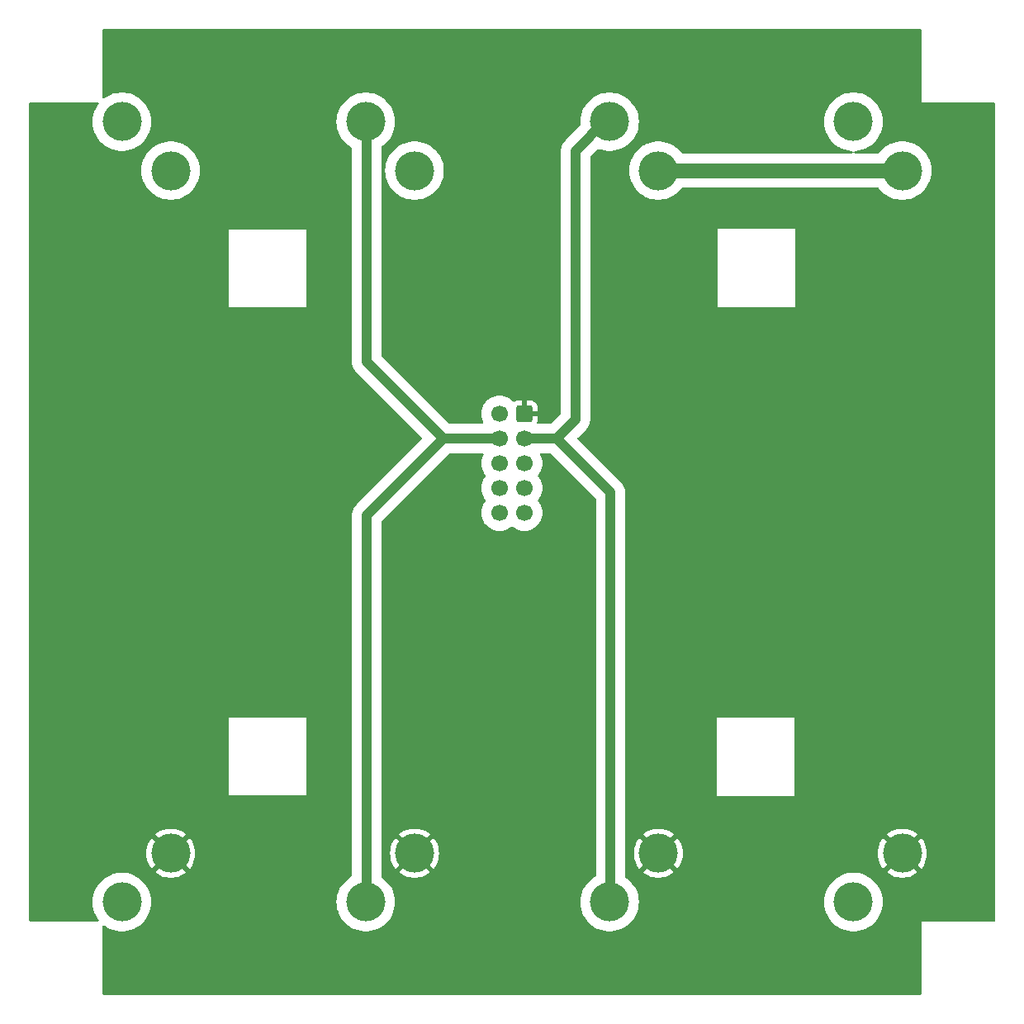
<source format=gbl>
G04 #@! TF.GenerationSoftware,KiCad,Pcbnew,(7.0.0)*
G04 #@! TF.CreationDate,2023-05-18T23:50:50+02:00*
G04 #@! TF.ProjectId,Fad_2,4661645f-322e-46b6-9963-61645f706362,rev?*
G04 #@! TF.SameCoordinates,Original*
G04 #@! TF.FileFunction,Copper,L2,Bot*
G04 #@! TF.FilePolarity,Positive*
%FSLAX46Y46*%
G04 Gerber Fmt 4.6, Leading zero omitted, Abs format (unit mm)*
G04 Created by KiCad (PCBNEW (7.0.0)) date 2023-05-18 23:50:50*
%MOMM*%
%LPD*%
G01*
G04 APERTURE LIST*
G04 Aperture macros list*
%AMRoundRect*
0 Rectangle with rounded corners*
0 $1 Rounding radius*
0 $2 $3 $4 $5 $6 $7 $8 $9 X,Y pos of 4 corners*
0 Add a 4 corners polygon primitive as box body*
4,1,4,$2,$3,$4,$5,$6,$7,$8,$9,$2,$3,0*
0 Add four circle primitives for the rounded corners*
1,1,$1+$1,$2,$3*
1,1,$1+$1,$4,$5*
1,1,$1+$1,$6,$7*
1,1,$1+$1,$8,$9*
0 Add four rect primitives between the rounded corners*
20,1,$1+$1,$2,$3,$4,$5,0*
20,1,$1+$1,$4,$5,$6,$7,0*
20,1,$1+$1,$6,$7,$8,$9,0*
20,1,$1+$1,$8,$9,$2,$3,0*%
G04 Aperture macros list end*
G04 #@! TA.AperFunction,ComponentPad*
%ADD10C,4.000000*%
G04 #@! TD*
G04 #@! TA.AperFunction,ComponentPad*
%ADD11RoundRect,0.250000X0.600000X0.600000X-0.600000X0.600000X-0.600000X-0.600000X0.600000X-0.600000X0*%
G04 #@! TD*
G04 #@! TA.AperFunction,ComponentPad*
%ADD12C,1.700000*%
G04 #@! TD*
G04 #@! TA.AperFunction,Conductor*
%ADD13C,1.500000*%
G04 #@! TD*
G04 #@! TA.AperFunction,Conductor*
%ADD14C,1.000000*%
G04 #@! TD*
G04 APERTURE END LIST*
D10*
X165000000Y-135000000D03*
X160000000Y-60000000D03*
X160000000Y-140000000D03*
X165000000Y-65000000D03*
X90000000Y-135000000D03*
X85000000Y-60000000D03*
X85000000Y-140000000D03*
X90000000Y-65000000D03*
X140000000Y-135000000D03*
X135000000Y-60000000D03*
X135000000Y-140000000D03*
X140000000Y-65000000D03*
X115000000Y-135000000D03*
X110000000Y-60000000D03*
X110000000Y-140000000D03*
X115000000Y-65000000D03*
D11*
X126252500Y-89920000D03*
D12*
X123712500Y-89920000D03*
X126252500Y-92460000D03*
X123712500Y-92460000D03*
X126252500Y-95000000D03*
X123712500Y-95000000D03*
X126252500Y-97540000D03*
X123712500Y-97540000D03*
X126252500Y-100080000D03*
X123712500Y-100080000D03*
D13*
X140000000Y-65000000D02*
X165000000Y-65000000D01*
D14*
X135087500Y-98007500D02*
X129540000Y-92460000D01*
X131500000Y-63000000D02*
X131500000Y-90500000D01*
X135087500Y-139912500D02*
X135087500Y-98007500D01*
X135087500Y-59912500D02*
X134587500Y-59912500D01*
X131500000Y-90500000D02*
X129540000Y-92460000D01*
X129540000Y-92460000D02*
X126252500Y-92460000D01*
X134587500Y-59912500D02*
X131500000Y-63000000D01*
X110087500Y-84587500D02*
X117960000Y-92460000D01*
X110087500Y-60000000D02*
X110087500Y-84587500D01*
X110087500Y-140000000D02*
X110087500Y-100332500D01*
X110087500Y-100332500D02*
X117960000Y-92460000D01*
X117960000Y-92460000D02*
X123712500Y-92460000D01*
G04 #@! TA.AperFunction,Conductor*
G36*
X166937000Y-50516881D02*
G01*
X166983119Y-50563000D01*
X167000000Y-50626000D01*
X167000000Y-58000000D01*
X174374000Y-58000000D01*
X174437000Y-58016881D01*
X174483119Y-58063000D01*
X174500000Y-58126000D01*
X174500000Y-141874000D01*
X174483119Y-141937000D01*
X174437000Y-141983119D01*
X174374000Y-142000000D01*
X167000000Y-142000000D01*
X167000000Y-142016590D01*
X167000000Y-149374000D01*
X166983119Y-149437000D01*
X166937000Y-149483119D01*
X166874000Y-149500000D01*
X83126000Y-149500000D01*
X83063000Y-149483119D01*
X83016881Y-149437000D01*
X83000000Y-149374000D01*
X83000000Y-142508712D01*
X83018759Y-142442565D01*
X83069450Y-142396115D01*
X83136980Y-142383191D01*
X83201240Y-142407643D01*
X83202375Y-142408488D01*
X83205189Y-142410849D01*
X83208255Y-142412865D01*
X83208257Y-142412867D01*
X83253410Y-142442565D01*
X83497207Y-142602913D01*
X83500466Y-142604550D01*
X83500470Y-142604552D01*
X83579672Y-142644328D01*
X83809549Y-142759777D01*
X84137989Y-142879319D01*
X84478086Y-142959923D01*
X84825241Y-143000500D01*
X85171090Y-143000500D01*
X85174759Y-143000500D01*
X85521914Y-142959923D01*
X85862011Y-142879319D01*
X86190451Y-142759777D01*
X86502793Y-142602913D01*
X86794811Y-142410849D01*
X87062558Y-142186183D01*
X87302412Y-141931953D01*
X87511130Y-141651596D01*
X87685889Y-141348904D01*
X87824326Y-141027971D01*
X87924569Y-140693136D01*
X87985262Y-140348927D01*
X88005585Y-140000000D01*
X106994415Y-140000000D01*
X107014738Y-140348927D01*
X107015372Y-140352522D01*
X107015373Y-140352531D01*
X107074793Y-140689523D01*
X107074796Y-140689538D01*
X107075431Y-140693136D01*
X107175674Y-141027971D01*
X107177121Y-141031326D01*
X107177126Y-141031339D01*
X107312657Y-141345535D01*
X107312662Y-141345545D01*
X107314111Y-141348904D01*
X107488870Y-141651596D01*
X107697588Y-141931953D01*
X107700096Y-141934612D01*
X107700100Y-141934616D01*
X107761787Y-142000000D01*
X107937442Y-142186183D01*
X107940243Y-142188533D01*
X108187629Y-142396115D01*
X108205189Y-142410849D01*
X108497207Y-142602913D01*
X108500466Y-142604550D01*
X108500470Y-142604552D01*
X108579672Y-142644328D01*
X108809549Y-142759777D01*
X109137989Y-142879319D01*
X109478086Y-142959923D01*
X109825241Y-143000500D01*
X110171090Y-143000500D01*
X110174759Y-143000500D01*
X110521914Y-142959923D01*
X110862011Y-142879319D01*
X111190451Y-142759777D01*
X111502793Y-142602913D01*
X111794811Y-142410849D01*
X112062558Y-142186183D01*
X112302412Y-141931953D01*
X112511130Y-141651596D01*
X112685889Y-141348904D01*
X112824326Y-141027971D01*
X112924569Y-140693136D01*
X112985262Y-140348927D01*
X113005585Y-140000000D01*
X112985262Y-139651073D01*
X112924569Y-139306864D01*
X112824326Y-138972029D01*
X112685889Y-138651096D01*
X112511130Y-138348404D01*
X112302412Y-138068047D01*
X112062558Y-137813817D01*
X111794811Y-137589151D01*
X111670671Y-137507503D01*
X111644762Y-137490462D01*
X111603095Y-137444991D01*
X111588000Y-137385191D01*
X111588000Y-136946400D01*
X113416182Y-136946400D01*
X113423573Y-136954718D01*
X113650280Y-137119429D01*
X113656961Y-137123669D01*
X113926572Y-137271889D01*
X113933707Y-137275247D01*
X114219769Y-137388507D01*
X114227295Y-137390952D01*
X114525278Y-137467462D01*
X114533050Y-137468944D01*
X114838278Y-137507503D01*
X114846169Y-137508000D01*
X115153831Y-137508000D01*
X115161721Y-137507503D01*
X115466949Y-137468944D01*
X115474721Y-137467462D01*
X115772704Y-137390952D01*
X115780230Y-137388507D01*
X116066292Y-137275247D01*
X116073427Y-137271889D01*
X116343038Y-137123669D01*
X116349719Y-137119429D01*
X116576426Y-136954717D01*
X116583817Y-136946400D01*
X116577815Y-136937025D01*
X115011729Y-135370939D01*
X115000000Y-135364167D01*
X114988270Y-135370939D01*
X113422183Y-136937025D01*
X113416182Y-136946400D01*
X111588000Y-136946400D01*
X111588000Y-135003958D01*
X112487290Y-135003958D01*
X112506606Y-135310994D01*
X112507599Y-135318855D01*
X112565245Y-135621046D01*
X112567216Y-135628723D01*
X112662284Y-135921309D01*
X112665199Y-135928672D01*
X112796189Y-136207040D01*
X112800001Y-136213974D01*
X112964847Y-136473730D01*
X112969500Y-136480135D01*
X113044826Y-136571187D01*
X113056309Y-136579079D01*
X113068486Y-136572302D01*
X114629060Y-135011729D01*
X114635832Y-135000000D01*
X115364167Y-135000000D01*
X115370939Y-135011729D01*
X116931513Y-136572303D01*
X116943688Y-136579080D01*
X116955172Y-136571187D01*
X117030499Y-136480135D01*
X117035152Y-136473730D01*
X117199998Y-136213974D01*
X117203810Y-136207040D01*
X117334800Y-135928672D01*
X117337715Y-135921309D01*
X117432783Y-135628723D01*
X117434754Y-135621046D01*
X117492400Y-135318855D01*
X117493393Y-135310994D01*
X117512710Y-135003958D01*
X117512710Y-134996042D01*
X117493393Y-134689005D01*
X117492400Y-134681144D01*
X117434754Y-134378953D01*
X117432783Y-134371276D01*
X117337715Y-134078690D01*
X117334800Y-134071327D01*
X117203810Y-133792959D01*
X117199998Y-133786025D01*
X117035152Y-133526269D01*
X117030499Y-133519864D01*
X116955172Y-133428811D01*
X116943689Y-133420919D01*
X116931512Y-133427696D01*
X115370939Y-134988270D01*
X115364167Y-135000000D01*
X114635832Y-135000000D01*
X114629060Y-134988270D01*
X113068486Y-133427696D01*
X113056310Y-133420919D01*
X113044825Y-133428812D01*
X112969495Y-133519870D01*
X112964850Y-133526263D01*
X112800001Y-133786025D01*
X112796189Y-133792959D01*
X112665199Y-134071327D01*
X112662284Y-134078690D01*
X112567216Y-134371276D01*
X112565245Y-134378953D01*
X112507599Y-134681144D01*
X112506606Y-134689005D01*
X112487290Y-134996042D01*
X112487290Y-135003958D01*
X111588000Y-135003958D01*
X111588000Y-133053598D01*
X113416181Y-133053598D01*
X113422183Y-133062973D01*
X114988270Y-134629060D01*
X115000000Y-134635832D01*
X115011729Y-134629060D01*
X116577815Y-133062973D01*
X116583816Y-133053598D01*
X116576425Y-133045280D01*
X116349719Y-132880570D01*
X116343038Y-132876330D01*
X116073427Y-132728110D01*
X116066292Y-132724752D01*
X115780230Y-132611492D01*
X115772704Y-132609047D01*
X115474721Y-132532537D01*
X115466949Y-132531055D01*
X115161721Y-132492496D01*
X115153831Y-132492000D01*
X114846169Y-132492000D01*
X114838278Y-132492496D01*
X114533050Y-132531055D01*
X114525278Y-132532537D01*
X114227295Y-132609047D01*
X114219769Y-132611492D01*
X113933707Y-132724752D01*
X113926572Y-132728110D01*
X113656961Y-132876330D01*
X113650280Y-132880570D01*
X113423572Y-133045281D01*
X113416181Y-133053598D01*
X111588000Y-133053598D01*
X111588000Y-101006218D01*
X111597591Y-100958000D01*
X111624905Y-100917123D01*
X118544623Y-93997405D01*
X118585500Y-93970091D01*
X118633718Y-93960500D01*
X121959347Y-93960500D01*
X122021697Y-93977008D01*
X122067709Y-94022206D01*
X122085327Y-94084252D01*
X122069934Y-94146886D01*
X122027084Y-94225358D01*
X122027081Y-94225363D01*
X122024926Y-94229311D01*
X122023358Y-94233514D01*
X122023352Y-94233528D01*
X121933996Y-94473103D01*
X121933993Y-94473110D01*
X121932423Y-94477322D01*
X121931467Y-94481712D01*
X121931466Y-94481719D01*
X121877112Y-94731580D01*
X121877110Y-94731591D01*
X121876157Y-94735974D01*
X121857273Y-95000000D01*
X121876157Y-95264026D01*
X121877110Y-95268410D01*
X121877112Y-95268419D01*
X121931466Y-95518280D01*
X121932423Y-95522678D01*
X121933995Y-95526893D01*
X121933996Y-95526896D01*
X122023352Y-95766471D01*
X122023356Y-95766480D01*
X122024926Y-95770689D01*
X122027081Y-95774636D01*
X122027084Y-95774642D01*
X122137258Y-95976410D01*
X122151784Y-96003011D01*
X122154480Y-96006613D01*
X122154483Y-96006617D01*
X122295123Y-96194490D01*
X122317375Y-96243216D01*
X122317376Y-96296782D01*
X122295124Y-96345507D01*
X122154482Y-96533384D01*
X122154477Y-96533390D01*
X122151784Y-96536989D01*
X122149628Y-96540936D01*
X122149625Y-96540942D01*
X122027084Y-96765357D01*
X122027078Y-96765368D01*
X122024926Y-96769311D01*
X122023358Y-96773514D01*
X122023352Y-96773528D01*
X121933996Y-97013103D01*
X121933993Y-97013110D01*
X121932423Y-97017322D01*
X121931467Y-97021712D01*
X121931466Y-97021719D01*
X121877112Y-97271580D01*
X121877110Y-97271591D01*
X121876157Y-97275974D01*
X121875836Y-97280459D01*
X121875836Y-97280461D01*
X121865086Y-97430756D01*
X121857273Y-97540000D01*
X121876157Y-97804026D01*
X121877110Y-97808410D01*
X121877112Y-97808419D01*
X121931466Y-98058280D01*
X121932423Y-98062678D01*
X121933995Y-98066893D01*
X121933996Y-98066896D01*
X122023352Y-98306471D01*
X122023356Y-98306480D01*
X122024926Y-98310689D01*
X122027081Y-98314636D01*
X122027084Y-98314642D01*
X122137258Y-98516410D01*
X122151784Y-98543011D01*
X122154480Y-98546613D01*
X122154483Y-98546617D01*
X122295123Y-98734490D01*
X122317375Y-98783216D01*
X122317376Y-98836782D01*
X122295124Y-98885507D01*
X122154482Y-99073384D01*
X122154477Y-99073390D01*
X122151784Y-99076989D01*
X122149628Y-99080936D01*
X122149625Y-99080942D01*
X122027084Y-99305357D01*
X122027078Y-99305368D01*
X122024926Y-99309311D01*
X122023358Y-99313514D01*
X122023352Y-99313528D01*
X121933996Y-99553103D01*
X121933993Y-99553110D01*
X121932423Y-99557322D01*
X121931467Y-99561712D01*
X121931466Y-99561719D01*
X121877112Y-99811580D01*
X121877110Y-99811591D01*
X121876157Y-99815974D01*
X121875836Y-99820459D01*
X121875836Y-99820461D01*
X121863409Y-99994211D01*
X121857273Y-100080000D01*
X121876157Y-100344026D01*
X121877110Y-100348410D01*
X121877112Y-100348419D01*
X121893916Y-100425664D01*
X121932423Y-100602678D01*
X121933995Y-100606893D01*
X121933996Y-100606896D01*
X122023352Y-100846471D01*
X122023356Y-100846480D01*
X122024926Y-100850689D01*
X122027081Y-100854636D01*
X122027084Y-100854642D01*
X122109852Y-101006218D01*
X122151784Y-101083011D01*
X122310413Y-101294915D01*
X122497585Y-101482087D01*
X122709489Y-101640716D01*
X122941811Y-101767574D01*
X123189822Y-101860077D01*
X123448474Y-101916343D01*
X123712500Y-101935227D01*
X123976526Y-101916343D01*
X124235178Y-101860077D01*
X124483189Y-101767574D01*
X124715511Y-101640716D01*
X124906991Y-101497375D01*
X124955717Y-101475123D01*
X125009283Y-101475123D01*
X125058008Y-101497375D01*
X125249489Y-101640716D01*
X125481811Y-101767574D01*
X125729822Y-101860077D01*
X125988474Y-101916343D01*
X126252500Y-101935227D01*
X126516526Y-101916343D01*
X126775178Y-101860077D01*
X127023189Y-101767574D01*
X127255511Y-101640716D01*
X127467415Y-101482087D01*
X127654587Y-101294915D01*
X127813216Y-101083011D01*
X127940074Y-100850689D01*
X128032577Y-100602678D01*
X128088843Y-100344026D01*
X128107727Y-100080000D01*
X128088843Y-99815974D01*
X128032577Y-99557322D01*
X127943078Y-99317364D01*
X127941647Y-99313528D01*
X127941646Y-99313526D01*
X127940074Y-99309311D01*
X127813216Y-99076989D01*
X127669875Y-98885507D01*
X127647623Y-98836783D01*
X127647623Y-98783217D01*
X127669876Y-98734491D01*
X127669877Y-98734490D01*
X127813216Y-98543011D01*
X127940074Y-98310689D01*
X128032577Y-98062678D01*
X128088843Y-97804026D01*
X128107727Y-97540000D01*
X128088843Y-97275974D01*
X128032577Y-97017322D01*
X127940074Y-96769311D01*
X127813216Y-96536989D01*
X127810516Y-96533382D01*
X127669876Y-96345508D01*
X127647623Y-96296782D01*
X127647624Y-96243215D01*
X127669874Y-96194493D01*
X127813216Y-96003011D01*
X127940074Y-95770689D01*
X128032577Y-95522678D01*
X128088843Y-95264026D01*
X128107727Y-95000000D01*
X128088843Y-94735974D01*
X128032577Y-94477322D01*
X127940074Y-94229311D01*
X127895065Y-94146884D01*
X127879673Y-94084252D01*
X127897291Y-94022206D01*
X127943303Y-93977008D01*
X128005653Y-93960500D01*
X128866282Y-93960500D01*
X128914500Y-93970091D01*
X128955377Y-93997405D01*
X133550095Y-98592123D01*
X133577409Y-98633000D01*
X133587000Y-98681218D01*
X133587000Y-137274273D01*
X133568241Y-137340420D01*
X133517548Y-137386871D01*
X133500477Y-137395444D01*
X133500472Y-137395447D01*
X133497207Y-137397087D01*
X133494164Y-137399087D01*
X133494149Y-137399097D01*
X133208262Y-137587129D01*
X133208252Y-137587136D01*
X133205189Y-137589151D01*
X133202387Y-137591501D01*
X133202375Y-137591511D01*
X132940243Y-137811466D01*
X132940236Y-137811472D01*
X132937442Y-137813817D01*
X132934936Y-137816472D01*
X132934933Y-137816476D01*
X132700100Y-138065383D01*
X132700089Y-138065395D01*
X132697588Y-138068047D01*
X132695404Y-138070980D01*
X132695402Y-138070983D01*
X132491055Y-138345468D01*
X132491049Y-138345476D01*
X132488870Y-138348404D01*
X132487038Y-138351576D01*
X132487038Y-138351577D01*
X132315945Y-138647918D01*
X132315939Y-138647928D01*
X132314111Y-138651096D01*
X132312665Y-138654447D01*
X132312657Y-138654464D01*
X132177126Y-138968660D01*
X132177119Y-138968678D01*
X132175674Y-138972029D01*
X132075431Y-139306864D01*
X132074797Y-139310457D01*
X132074793Y-139310476D01*
X132015373Y-139647468D01*
X132015371Y-139647479D01*
X132014738Y-139651073D01*
X131994415Y-140000000D01*
X132014738Y-140348927D01*
X132015372Y-140352522D01*
X132015373Y-140352531D01*
X132074793Y-140689523D01*
X132074796Y-140689538D01*
X132075431Y-140693136D01*
X132175674Y-141027971D01*
X132177121Y-141031326D01*
X132177126Y-141031339D01*
X132312657Y-141345535D01*
X132312662Y-141345545D01*
X132314111Y-141348904D01*
X132488870Y-141651596D01*
X132697588Y-141931953D01*
X132700096Y-141934612D01*
X132700100Y-141934616D01*
X132761787Y-142000000D01*
X132937442Y-142186183D01*
X132940243Y-142188533D01*
X133187629Y-142396115D01*
X133205189Y-142410849D01*
X133497207Y-142602913D01*
X133500466Y-142604550D01*
X133500470Y-142604552D01*
X133579672Y-142644328D01*
X133809549Y-142759777D01*
X134137989Y-142879319D01*
X134478086Y-142959923D01*
X134825241Y-143000500D01*
X135171090Y-143000500D01*
X135174759Y-143000500D01*
X135521914Y-142959923D01*
X135862011Y-142879319D01*
X136190451Y-142759777D01*
X136502793Y-142602913D01*
X136794811Y-142410849D01*
X137062558Y-142186183D01*
X137302412Y-141931953D01*
X137511130Y-141651596D01*
X137685889Y-141348904D01*
X137824326Y-141027971D01*
X137924569Y-140693136D01*
X137985262Y-140348927D01*
X138005585Y-140000000D01*
X156994415Y-140000000D01*
X157014738Y-140348927D01*
X157015372Y-140352522D01*
X157015373Y-140352531D01*
X157074793Y-140689523D01*
X157074796Y-140689538D01*
X157075431Y-140693136D01*
X157175674Y-141027971D01*
X157177121Y-141031326D01*
X157177126Y-141031339D01*
X157312657Y-141345535D01*
X157312662Y-141345545D01*
X157314111Y-141348904D01*
X157488870Y-141651596D01*
X157697588Y-141931953D01*
X157700096Y-141934612D01*
X157700100Y-141934616D01*
X157761787Y-142000000D01*
X157937442Y-142186183D01*
X157940243Y-142188533D01*
X158187629Y-142396115D01*
X158205189Y-142410849D01*
X158497207Y-142602913D01*
X158500466Y-142604550D01*
X158500470Y-142604552D01*
X158579672Y-142644328D01*
X158809549Y-142759777D01*
X159137989Y-142879319D01*
X159478086Y-142959923D01*
X159825241Y-143000500D01*
X160171090Y-143000500D01*
X160174759Y-143000500D01*
X160521914Y-142959923D01*
X160862011Y-142879319D01*
X161190451Y-142759777D01*
X161502793Y-142602913D01*
X161794811Y-142410849D01*
X162062558Y-142186183D01*
X162302412Y-141931953D01*
X162511130Y-141651596D01*
X162685889Y-141348904D01*
X162824326Y-141027971D01*
X162924569Y-140693136D01*
X162985262Y-140348927D01*
X163005585Y-140000000D01*
X162985262Y-139651073D01*
X162924569Y-139306864D01*
X162824326Y-138972029D01*
X162685889Y-138651096D01*
X162511130Y-138348404D01*
X162302412Y-138068047D01*
X162062558Y-137813817D01*
X161794811Y-137589151D01*
X161791737Y-137587129D01*
X161505850Y-137399097D01*
X161505842Y-137399092D01*
X161502793Y-137397087D01*
X161499539Y-137395452D01*
X161499529Y-137395447D01*
X161268871Y-137279607D01*
X161190451Y-137240223D01*
X160862011Y-137120681D01*
X160858452Y-137119837D01*
X160858447Y-137119836D01*
X160525477Y-137040921D01*
X160525469Y-137040919D01*
X160521914Y-137040077D01*
X160518283Y-137039652D01*
X160518274Y-137039651D01*
X160178403Y-136999925D01*
X160178387Y-136999924D01*
X160174759Y-136999500D01*
X159825241Y-136999500D01*
X159821613Y-136999923D01*
X159821596Y-136999925D01*
X159481725Y-137039651D01*
X159481713Y-137039652D01*
X159478086Y-137040077D01*
X159474533Y-137040919D01*
X159474522Y-137040921D01*
X159141552Y-137119836D01*
X159141543Y-137119838D01*
X159137989Y-137120681D01*
X159134546Y-137121933D01*
X159134543Y-137121935D01*
X158812994Y-137238969D01*
X158809549Y-137240223D01*
X158806282Y-137241863D01*
X158806279Y-137241865D01*
X158500470Y-137395447D01*
X158500453Y-137395456D01*
X158497207Y-137397087D01*
X158494165Y-137399087D01*
X158494149Y-137399097D01*
X158208262Y-137587129D01*
X158208252Y-137587136D01*
X158205189Y-137589151D01*
X158202387Y-137591501D01*
X158202375Y-137591511D01*
X157940243Y-137811466D01*
X157940236Y-137811472D01*
X157937442Y-137813817D01*
X157934936Y-137816472D01*
X157934933Y-137816476D01*
X157700100Y-138065383D01*
X157700089Y-138065395D01*
X157697588Y-138068047D01*
X157695404Y-138070980D01*
X157695402Y-138070983D01*
X157491055Y-138345468D01*
X157491049Y-138345476D01*
X157488870Y-138348404D01*
X157487038Y-138351576D01*
X157487038Y-138351577D01*
X157315945Y-138647918D01*
X157315939Y-138647928D01*
X157314111Y-138651096D01*
X157312665Y-138654447D01*
X157312657Y-138654464D01*
X157177126Y-138968660D01*
X157177119Y-138968678D01*
X157175674Y-138972029D01*
X157075431Y-139306864D01*
X157074797Y-139310457D01*
X157074793Y-139310476D01*
X157015373Y-139647468D01*
X157015371Y-139647479D01*
X157014738Y-139651073D01*
X156994415Y-140000000D01*
X138005585Y-140000000D01*
X137985262Y-139651073D01*
X137924569Y-139306864D01*
X137824326Y-138972029D01*
X137685889Y-138651096D01*
X137511130Y-138348404D01*
X137302412Y-138068047D01*
X137062558Y-137813817D01*
X136794811Y-137589151D01*
X136670671Y-137507503D01*
X136644762Y-137490462D01*
X136603095Y-137444991D01*
X136588000Y-137385191D01*
X136588000Y-136946400D01*
X138416182Y-136946400D01*
X138423573Y-136954718D01*
X138650280Y-137119429D01*
X138656961Y-137123669D01*
X138926572Y-137271889D01*
X138933707Y-137275247D01*
X139219769Y-137388507D01*
X139227295Y-137390952D01*
X139525278Y-137467462D01*
X139533050Y-137468944D01*
X139838278Y-137507503D01*
X139846169Y-137508000D01*
X140153831Y-137508000D01*
X140161721Y-137507503D01*
X140466949Y-137468944D01*
X140474721Y-137467462D01*
X140772704Y-137390952D01*
X140780230Y-137388507D01*
X141066292Y-137275247D01*
X141073427Y-137271889D01*
X141343038Y-137123669D01*
X141349719Y-137119429D01*
X141576426Y-136954717D01*
X141583817Y-136946400D01*
X163416182Y-136946400D01*
X163423573Y-136954718D01*
X163650280Y-137119429D01*
X163656961Y-137123669D01*
X163926572Y-137271889D01*
X163933707Y-137275247D01*
X164219769Y-137388507D01*
X164227295Y-137390952D01*
X164525278Y-137467462D01*
X164533050Y-137468944D01*
X164838278Y-137507503D01*
X164846169Y-137508000D01*
X165153831Y-137508000D01*
X165161721Y-137507503D01*
X165466949Y-137468944D01*
X165474721Y-137467462D01*
X165772704Y-137390952D01*
X165780230Y-137388507D01*
X166066292Y-137275247D01*
X166073427Y-137271889D01*
X166343038Y-137123669D01*
X166349719Y-137119429D01*
X166576426Y-136954717D01*
X166583817Y-136946400D01*
X166577815Y-136937025D01*
X165011729Y-135370939D01*
X165000000Y-135364167D01*
X164988270Y-135370939D01*
X163422183Y-136937025D01*
X163416182Y-136946400D01*
X141583817Y-136946400D01*
X141577815Y-136937025D01*
X140011729Y-135370939D01*
X140000000Y-135364167D01*
X139988270Y-135370939D01*
X138422183Y-136937025D01*
X138416182Y-136946400D01*
X136588000Y-136946400D01*
X136588000Y-135003958D01*
X137487290Y-135003958D01*
X137506606Y-135310994D01*
X137507599Y-135318855D01*
X137565245Y-135621046D01*
X137567216Y-135628723D01*
X137662284Y-135921309D01*
X137665199Y-135928672D01*
X137796189Y-136207040D01*
X137800001Y-136213974D01*
X137964847Y-136473730D01*
X137969500Y-136480135D01*
X138044826Y-136571187D01*
X138056309Y-136579079D01*
X138068486Y-136572302D01*
X139629060Y-135011729D01*
X139635832Y-135000000D01*
X140364167Y-135000000D01*
X140370939Y-135011729D01*
X141931513Y-136572303D01*
X141943688Y-136579080D01*
X141955172Y-136571187D01*
X142030499Y-136480135D01*
X142035152Y-136473730D01*
X142199998Y-136213974D01*
X142203810Y-136207040D01*
X142334800Y-135928672D01*
X142337715Y-135921309D01*
X142432783Y-135628723D01*
X142434754Y-135621046D01*
X142492400Y-135318855D01*
X142493393Y-135310994D01*
X142512710Y-135003958D01*
X162487290Y-135003958D01*
X162506606Y-135310994D01*
X162507599Y-135318855D01*
X162565245Y-135621046D01*
X162567216Y-135628723D01*
X162662284Y-135921309D01*
X162665199Y-135928672D01*
X162796189Y-136207040D01*
X162800001Y-136213974D01*
X162964847Y-136473730D01*
X162969500Y-136480135D01*
X163044826Y-136571187D01*
X163056309Y-136579079D01*
X163068486Y-136572302D01*
X164629060Y-135011729D01*
X164635832Y-135000000D01*
X165364167Y-135000000D01*
X165370939Y-135011729D01*
X166931513Y-136572303D01*
X166943688Y-136579080D01*
X166955172Y-136571187D01*
X167030499Y-136480135D01*
X167035152Y-136473730D01*
X167199998Y-136213974D01*
X167203810Y-136207040D01*
X167334800Y-135928672D01*
X167337715Y-135921309D01*
X167432783Y-135628723D01*
X167434754Y-135621046D01*
X167492400Y-135318855D01*
X167493393Y-135310994D01*
X167512710Y-135003958D01*
X167512710Y-134996042D01*
X167493393Y-134689005D01*
X167492400Y-134681144D01*
X167434754Y-134378953D01*
X167432783Y-134371276D01*
X167337715Y-134078690D01*
X167334800Y-134071327D01*
X167203810Y-133792959D01*
X167199998Y-133786025D01*
X167035152Y-133526269D01*
X167030499Y-133519864D01*
X166955172Y-133428811D01*
X166943689Y-133420919D01*
X166931512Y-133427696D01*
X165370939Y-134988270D01*
X165364167Y-135000000D01*
X164635832Y-135000000D01*
X164629060Y-134988270D01*
X163068486Y-133427696D01*
X163056310Y-133420919D01*
X163044825Y-133428812D01*
X162969495Y-133519870D01*
X162964850Y-133526263D01*
X162800001Y-133786025D01*
X162796189Y-133792959D01*
X162665199Y-134071327D01*
X162662284Y-134078690D01*
X162567216Y-134371276D01*
X162565245Y-134378953D01*
X162507599Y-134681144D01*
X162506606Y-134689005D01*
X162487290Y-134996042D01*
X162487290Y-135003958D01*
X142512710Y-135003958D01*
X142512710Y-134996042D01*
X142493393Y-134689005D01*
X142492400Y-134681144D01*
X142434754Y-134378953D01*
X142432783Y-134371276D01*
X142337715Y-134078690D01*
X142334800Y-134071327D01*
X142203810Y-133792959D01*
X142199998Y-133786025D01*
X142035152Y-133526269D01*
X142030499Y-133519864D01*
X141955172Y-133428811D01*
X141943689Y-133420919D01*
X141931512Y-133427696D01*
X140370939Y-134988270D01*
X140364167Y-135000000D01*
X139635832Y-135000000D01*
X139629060Y-134988270D01*
X138068486Y-133427696D01*
X138056310Y-133420919D01*
X138044825Y-133428812D01*
X137969495Y-133519870D01*
X137964850Y-133526263D01*
X137800001Y-133786025D01*
X137796189Y-133792959D01*
X137665199Y-134071327D01*
X137662284Y-134078690D01*
X137567216Y-134371276D01*
X137565245Y-134378953D01*
X137507599Y-134681144D01*
X137506606Y-134689005D01*
X137487290Y-134996042D01*
X137487290Y-135003958D01*
X136588000Y-135003958D01*
X136588000Y-133053598D01*
X138416181Y-133053598D01*
X138422183Y-133062973D01*
X139988270Y-134629060D01*
X140000000Y-134635832D01*
X140011729Y-134629060D01*
X141577815Y-133062973D01*
X141583816Y-133053598D01*
X163416181Y-133053598D01*
X163422183Y-133062973D01*
X164988270Y-134629060D01*
X165000000Y-134635832D01*
X165011729Y-134629060D01*
X166577815Y-133062973D01*
X166583816Y-133053598D01*
X166576425Y-133045280D01*
X166349719Y-132880570D01*
X166343038Y-132876330D01*
X166073427Y-132728110D01*
X166066292Y-132724752D01*
X165780230Y-132611492D01*
X165772704Y-132609047D01*
X165474721Y-132532537D01*
X165466949Y-132531055D01*
X165161721Y-132492496D01*
X165153831Y-132492000D01*
X164846169Y-132492000D01*
X164838278Y-132492496D01*
X164533050Y-132531055D01*
X164525278Y-132532537D01*
X164227295Y-132609047D01*
X164219769Y-132611492D01*
X163933707Y-132724752D01*
X163926572Y-132728110D01*
X163656961Y-132876330D01*
X163650280Y-132880570D01*
X163423572Y-133045281D01*
X163416181Y-133053598D01*
X141583816Y-133053598D01*
X141576425Y-133045280D01*
X141349719Y-132880570D01*
X141343038Y-132876330D01*
X141073427Y-132728110D01*
X141066292Y-132724752D01*
X140780230Y-132611492D01*
X140772704Y-132609047D01*
X140474721Y-132532537D01*
X140466949Y-132531055D01*
X140161721Y-132492496D01*
X140153831Y-132492000D01*
X139846169Y-132492000D01*
X139838278Y-132492496D01*
X139533050Y-132531055D01*
X139525278Y-132532537D01*
X139227295Y-132609047D01*
X139219769Y-132611492D01*
X138933707Y-132724752D01*
X138926572Y-132728110D01*
X138656961Y-132876330D01*
X138650280Y-132880570D01*
X138423572Y-133045281D01*
X138416181Y-133053598D01*
X136588000Y-133053598D01*
X136588000Y-121100000D01*
X145950000Y-121100000D01*
X145950000Y-129100000D01*
X153933410Y-129100000D01*
X153950000Y-129100000D01*
X153950000Y-121100000D01*
X145950000Y-121100000D01*
X136588000Y-121100000D01*
X136588000Y-98108483D01*
X136588968Y-98092898D01*
X136591212Y-98074892D01*
X136591857Y-98069721D01*
X136588108Y-97979076D01*
X136588000Y-97973869D01*
X136588000Y-97948039D01*
X136588000Y-97945433D01*
X136585650Y-97917085D01*
X136585329Y-97911906D01*
X136581581Y-97821263D01*
X136576787Y-97798400D01*
X136574536Y-97782951D01*
X136573038Y-97764873D01*
X136572608Y-97759679D01*
X136550342Y-97671752D01*
X136549168Y-97666678D01*
X136547621Y-97659303D01*
X136530550Y-97577886D01*
X136522057Y-97556122D01*
X136517294Y-97541253D01*
X136512841Y-97523668D01*
X136511563Y-97518619D01*
X136475129Y-97435560D01*
X136473139Y-97430756D01*
X136440156Y-97346227D01*
X136428198Y-97326158D01*
X136421052Y-97312275D01*
X136411673Y-97290893D01*
X136362043Y-97214928D01*
X136359304Y-97210540D01*
X136315534Y-97137084D01*
X136312866Y-97132606D01*
X136297766Y-97114778D01*
X136288438Y-97102267D01*
X136278516Y-97087079D01*
X136278510Y-97087071D01*
X136275664Y-97082715D01*
X136219513Y-97021719D01*
X136214224Y-97015973D01*
X136210778Y-97012070D01*
X136194091Y-96992368D01*
X136194088Y-96992365D01*
X136192402Y-96990374D01*
X136172293Y-96970265D01*
X136168687Y-96966507D01*
X136107244Y-96899762D01*
X136088802Y-96885408D01*
X136077106Y-96875078D01*
X131751122Y-92549094D01*
X131718510Y-92492610D01*
X131718510Y-92427388D01*
X131751119Y-92370906D01*
X132489614Y-91632411D01*
X132501302Y-91622091D01*
X132519744Y-91607738D01*
X132581235Y-91540939D01*
X132584770Y-91537255D01*
X132604902Y-91517125D01*
X132623309Y-91495390D01*
X132626687Y-91491565D01*
X132688164Y-91424785D01*
X132700942Y-91405225D01*
X132710267Y-91392720D01*
X132725366Y-91374894D01*
X132771820Y-91296932D01*
X132774556Y-91292550D01*
X132821322Y-91220970D01*
X132824173Y-91216607D01*
X132833554Y-91195219D01*
X132840697Y-91181342D01*
X132852656Y-91161273D01*
X132885638Y-91076746D01*
X132887620Y-91071960D01*
X132924063Y-90988881D01*
X132929795Y-90966241D01*
X132934553Y-90951387D01*
X132943050Y-90929614D01*
X132961669Y-90840812D01*
X132962837Y-90835764D01*
X132985108Y-90747821D01*
X132987036Y-90724547D01*
X132989288Y-90709092D01*
X132994081Y-90686237D01*
X132997829Y-90595578D01*
X132998152Y-90590391D01*
X132999536Y-90573692D01*
X133000500Y-90562067D01*
X133000500Y-90533631D01*
X133000608Y-90528424D01*
X133000667Y-90526992D01*
X133004357Y-90437779D01*
X133001467Y-90414601D01*
X133000500Y-90399017D01*
X133000500Y-71000000D01*
X146050000Y-71000000D01*
X146050000Y-79000000D01*
X154033410Y-79000000D01*
X154050000Y-79000000D01*
X154050000Y-71000000D01*
X146050000Y-71000000D01*
X133000500Y-71000000D01*
X133000500Y-65000000D01*
X136994415Y-65000000D01*
X137014738Y-65348927D01*
X137015372Y-65352522D01*
X137015373Y-65352531D01*
X137074793Y-65689523D01*
X137074796Y-65689538D01*
X137075431Y-65693136D01*
X137175674Y-66027971D01*
X137177121Y-66031326D01*
X137177126Y-66031339D01*
X137312657Y-66345535D01*
X137312662Y-66345545D01*
X137314111Y-66348904D01*
X137488870Y-66651596D01*
X137697588Y-66931953D01*
X137937442Y-67186183D01*
X138205189Y-67410849D01*
X138497207Y-67602913D01*
X138500466Y-67604550D01*
X138500470Y-67604552D01*
X138579672Y-67644328D01*
X138809549Y-67759777D01*
X139137989Y-67879319D01*
X139478086Y-67959923D01*
X139825241Y-68000500D01*
X140171090Y-68000500D01*
X140174759Y-68000500D01*
X140521914Y-67959923D01*
X140862011Y-67879319D01*
X141190451Y-67759777D01*
X141502793Y-67602913D01*
X141794811Y-67410849D01*
X142062558Y-67186183D01*
X142302412Y-66931953D01*
X142399711Y-66801257D01*
X142444229Y-66763902D01*
X142500778Y-66750500D01*
X162499222Y-66750500D01*
X162555771Y-66763902D01*
X162600288Y-66801257D01*
X162697588Y-66931953D01*
X162937442Y-67186183D01*
X163205189Y-67410849D01*
X163497207Y-67602913D01*
X163500466Y-67604550D01*
X163500470Y-67604552D01*
X163579672Y-67644328D01*
X163809549Y-67759777D01*
X164137989Y-67879319D01*
X164478086Y-67959923D01*
X164825241Y-68000500D01*
X165171090Y-68000500D01*
X165174759Y-68000500D01*
X165521914Y-67959923D01*
X165862011Y-67879319D01*
X166190451Y-67759777D01*
X166502793Y-67602913D01*
X166794811Y-67410849D01*
X167062558Y-67186183D01*
X167302412Y-66931953D01*
X167511130Y-66651596D01*
X167685889Y-66348904D01*
X167824326Y-66027971D01*
X167924569Y-65693136D01*
X167985262Y-65348927D01*
X168005585Y-65000000D01*
X167985262Y-64651073D01*
X167924569Y-64306864D01*
X167824326Y-63972029D01*
X167685889Y-63651096D01*
X167511130Y-63348404D01*
X167302412Y-63068047D01*
X167296915Y-63062221D01*
X167182123Y-62940548D01*
X167062558Y-62813817D01*
X166878745Y-62659580D01*
X166797624Y-62591511D01*
X166797619Y-62591507D01*
X166794811Y-62589151D01*
X166791737Y-62587129D01*
X166505850Y-62399097D01*
X166505842Y-62399092D01*
X166502793Y-62397087D01*
X166499539Y-62395452D01*
X166499529Y-62395447D01*
X166193720Y-62241865D01*
X166190451Y-62240223D01*
X165862011Y-62120681D01*
X165858452Y-62119837D01*
X165858447Y-62119836D01*
X165525477Y-62040921D01*
X165525469Y-62040919D01*
X165521914Y-62040077D01*
X165518283Y-62039652D01*
X165518274Y-62039651D01*
X165178403Y-61999925D01*
X165178387Y-61999924D01*
X165174759Y-61999500D01*
X164825241Y-61999500D01*
X164821613Y-61999923D01*
X164821596Y-61999925D01*
X164481725Y-62039651D01*
X164481713Y-62039652D01*
X164478086Y-62040077D01*
X164474533Y-62040919D01*
X164474522Y-62040921D01*
X164141552Y-62119836D01*
X164141543Y-62119838D01*
X164137989Y-62120681D01*
X164134546Y-62121933D01*
X164134543Y-62121935D01*
X163905557Y-62205279D01*
X163809549Y-62240223D01*
X163806282Y-62241863D01*
X163806279Y-62241865D01*
X163500470Y-62395447D01*
X163500453Y-62395456D01*
X163497207Y-62397087D01*
X163494165Y-62399087D01*
X163494149Y-62399097D01*
X163208262Y-62587129D01*
X163208252Y-62587136D01*
X163205189Y-62589151D01*
X163202387Y-62591501D01*
X163202375Y-62591511D01*
X162940243Y-62811466D01*
X162940236Y-62811472D01*
X162937442Y-62813817D01*
X162934936Y-62816472D01*
X162934933Y-62816476D01*
X162700101Y-63065383D01*
X162697588Y-63068047D01*
X162695403Y-63070980D01*
X162695397Y-63070989D01*
X162600289Y-63198742D01*
X162555771Y-63236098D01*
X162499222Y-63249500D01*
X160207764Y-63249500D01*
X160146892Y-63233820D01*
X160101170Y-63190684D01*
X160081977Y-63130826D01*
X160094091Y-63069145D01*
X160134496Y-63020993D01*
X160193136Y-62998352D01*
X160521914Y-62959923D01*
X160862011Y-62879319D01*
X161190451Y-62759777D01*
X161502793Y-62602913D01*
X161794811Y-62410849D01*
X162062558Y-62186183D01*
X162302412Y-61931953D01*
X162511130Y-61651596D01*
X162685889Y-61348904D01*
X162824326Y-61027971D01*
X162924569Y-60693136D01*
X162985262Y-60348927D01*
X163005585Y-60000000D01*
X162985262Y-59651073D01*
X162924569Y-59306864D01*
X162824326Y-58972029D01*
X162685889Y-58651096D01*
X162511130Y-58348404D01*
X162302412Y-58068047D01*
X162297650Y-58063000D01*
X162215708Y-57976147D01*
X162062558Y-57813817D01*
X161827773Y-57616809D01*
X161797624Y-57591511D01*
X161797619Y-57591507D01*
X161794811Y-57589151D01*
X161791737Y-57587129D01*
X161505850Y-57399097D01*
X161505842Y-57399092D01*
X161502793Y-57397087D01*
X161499539Y-57395452D01*
X161499529Y-57395447D01*
X161193720Y-57241865D01*
X161190451Y-57240223D01*
X160862011Y-57120681D01*
X160858452Y-57119837D01*
X160858447Y-57119836D01*
X160525477Y-57040921D01*
X160525469Y-57040919D01*
X160521914Y-57040077D01*
X160518283Y-57039652D01*
X160518274Y-57039651D01*
X160178403Y-56999925D01*
X160178387Y-56999924D01*
X160174759Y-56999500D01*
X159825241Y-56999500D01*
X159821613Y-56999923D01*
X159821596Y-56999925D01*
X159481725Y-57039651D01*
X159481713Y-57039652D01*
X159478086Y-57040077D01*
X159474533Y-57040919D01*
X159474522Y-57040921D01*
X159141552Y-57119836D01*
X159141543Y-57119838D01*
X159137989Y-57120681D01*
X159134546Y-57121933D01*
X159134543Y-57121935D01*
X158812994Y-57238969D01*
X158809549Y-57240223D01*
X158806282Y-57241863D01*
X158806279Y-57241865D01*
X158500470Y-57395447D01*
X158500453Y-57395456D01*
X158497207Y-57397087D01*
X158494165Y-57399087D01*
X158494149Y-57399097D01*
X158208262Y-57587129D01*
X158208252Y-57587136D01*
X158205189Y-57589151D01*
X158202387Y-57591501D01*
X158202375Y-57591511D01*
X157940243Y-57811466D01*
X157940236Y-57811472D01*
X157937442Y-57813817D01*
X157934936Y-57816472D01*
X157934933Y-57816476D01*
X157700100Y-58065383D01*
X157700089Y-58065395D01*
X157697588Y-58068047D01*
X157695404Y-58070980D01*
X157695402Y-58070983D01*
X157491055Y-58345468D01*
X157491049Y-58345476D01*
X157488870Y-58348404D01*
X157487038Y-58351576D01*
X157487038Y-58351577D01*
X157315945Y-58647918D01*
X157315939Y-58647928D01*
X157314111Y-58651096D01*
X157312665Y-58654447D01*
X157312657Y-58654464D01*
X157177126Y-58968660D01*
X157177119Y-58968678D01*
X157175674Y-58972029D01*
X157075431Y-59306864D01*
X157074797Y-59310457D01*
X157074793Y-59310476D01*
X157015373Y-59647468D01*
X157015371Y-59647479D01*
X157014738Y-59651073D01*
X156994415Y-60000000D01*
X157014738Y-60348927D01*
X157015372Y-60352522D01*
X157015373Y-60352531D01*
X157074793Y-60689523D01*
X157074796Y-60689538D01*
X157075431Y-60693136D01*
X157175674Y-61027971D01*
X157177121Y-61031326D01*
X157177126Y-61031339D01*
X157312657Y-61345535D01*
X157312662Y-61345545D01*
X157314111Y-61348904D01*
X157488870Y-61651596D01*
X157697588Y-61931953D01*
X157700096Y-61934612D01*
X157700100Y-61934616D01*
X157747507Y-61984864D01*
X157937442Y-62186183D01*
X158048099Y-62279035D01*
X158186833Y-62395447D01*
X158205189Y-62410849D01*
X158208262Y-62412870D01*
X158473208Y-62587129D01*
X158497207Y-62602913D01*
X158500466Y-62604550D01*
X158500470Y-62604552D01*
X158520894Y-62614809D01*
X158809549Y-62759777D01*
X159137989Y-62879319D01*
X159478086Y-62959923D01*
X159806864Y-62998352D01*
X159865504Y-63020993D01*
X159905909Y-63069145D01*
X159918023Y-63130826D01*
X159898830Y-63190684D01*
X159853108Y-63233820D01*
X159792236Y-63249500D01*
X142500778Y-63249500D01*
X142444229Y-63236098D01*
X142399711Y-63198742D01*
X142304602Y-63070989D01*
X142302412Y-63068047D01*
X142062558Y-62813817D01*
X141878745Y-62659580D01*
X141797624Y-62591511D01*
X141797619Y-62591507D01*
X141794811Y-62589151D01*
X141791737Y-62587129D01*
X141505850Y-62399097D01*
X141505842Y-62399092D01*
X141502793Y-62397087D01*
X141499539Y-62395452D01*
X141499529Y-62395447D01*
X141193720Y-62241865D01*
X141190451Y-62240223D01*
X140862011Y-62120681D01*
X140858452Y-62119837D01*
X140858447Y-62119836D01*
X140525477Y-62040921D01*
X140525469Y-62040919D01*
X140521914Y-62040077D01*
X140518283Y-62039652D01*
X140518274Y-62039651D01*
X140178403Y-61999925D01*
X140178387Y-61999924D01*
X140174759Y-61999500D01*
X139825241Y-61999500D01*
X139821613Y-61999923D01*
X139821596Y-61999925D01*
X139481725Y-62039651D01*
X139481713Y-62039652D01*
X139478086Y-62040077D01*
X139474533Y-62040919D01*
X139474522Y-62040921D01*
X139141552Y-62119836D01*
X139141543Y-62119838D01*
X139137989Y-62120681D01*
X139134546Y-62121933D01*
X139134543Y-62121935D01*
X138905557Y-62205279D01*
X138809549Y-62240223D01*
X138806282Y-62241863D01*
X138806279Y-62241865D01*
X138500470Y-62395447D01*
X138500453Y-62395456D01*
X138497207Y-62397087D01*
X138494165Y-62399087D01*
X138494149Y-62399097D01*
X138208262Y-62587129D01*
X138208252Y-62587136D01*
X138205189Y-62589151D01*
X138202387Y-62591501D01*
X138202375Y-62591511D01*
X137940243Y-62811466D01*
X137940236Y-62811472D01*
X137937442Y-62813817D01*
X137934936Y-62816472D01*
X137934933Y-62816476D01*
X137700100Y-63065383D01*
X137700089Y-63065395D01*
X137697588Y-63068047D01*
X137695404Y-63070980D01*
X137695402Y-63070983D01*
X137491055Y-63345468D01*
X137491049Y-63345476D01*
X137488870Y-63348404D01*
X137487038Y-63351576D01*
X137487038Y-63351577D01*
X137315945Y-63647918D01*
X137315939Y-63647928D01*
X137314111Y-63651096D01*
X137312665Y-63654447D01*
X137312657Y-63654464D01*
X137177126Y-63968660D01*
X137177119Y-63968678D01*
X137175674Y-63972029D01*
X137075431Y-64306864D01*
X137074797Y-64310457D01*
X137074793Y-64310476D01*
X137015373Y-64647468D01*
X137015371Y-64647479D01*
X137014738Y-64651073D01*
X136994415Y-65000000D01*
X133000500Y-65000000D01*
X133000500Y-63673719D01*
X133010091Y-63625501D01*
X133037404Y-63584624D01*
X133066964Y-63555063D01*
X133791428Y-62830598D01*
X133853250Y-62796682D01*
X133923616Y-62801294D01*
X134137989Y-62879319D01*
X134478086Y-62959923D01*
X134825241Y-63000500D01*
X135171090Y-63000500D01*
X135174759Y-63000500D01*
X135521914Y-62959923D01*
X135862011Y-62879319D01*
X136190451Y-62759777D01*
X136502793Y-62602913D01*
X136794811Y-62410849D01*
X137062558Y-62186183D01*
X137302412Y-61931953D01*
X137511130Y-61651596D01*
X137685889Y-61348904D01*
X137824326Y-61027971D01*
X137924569Y-60693136D01*
X137985262Y-60348927D01*
X138005585Y-60000000D01*
X137985262Y-59651073D01*
X137924569Y-59306864D01*
X137824326Y-58972029D01*
X137685889Y-58651096D01*
X137511130Y-58348404D01*
X137302412Y-58068047D01*
X137297650Y-58063000D01*
X137215708Y-57976147D01*
X137062558Y-57813817D01*
X136827773Y-57616809D01*
X136797624Y-57591511D01*
X136797619Y-57591507D01*
X136794811Y-57589151D01*
X136791737Y-57587129D01*
X136505850Y-57399097D01*
X136505842Y-57399092D01*
X136502793Y-57397087D01*
X136499539Y-57395452D01*
X136499529Y-57395447D01*
X136193720Y-57241865D01*
X136190451Y-57240223D01*
X135862011Y-57120681D01*
X135858452Y-57119837D01*
X135858447Y-57119836D01*
X135525477Y-57040921D01*
X135525469Y-57040919D01*
X135521914Y-57040077D01*
X135518283Y-57039652D01*
X135518274Y-57039651D01*
X135178403Y-56999925D01*
X135178387Y-56999924D01*
X135174759Y-56999500D01*
X134825241Y-56999500D01*
X134821613Y-56999923D01*
X134821596Y-56999925D01*
X134481725Y-57039651D01*
X134481713Y-57039652D01*
X134478086Y-57040077D01*
X134474533Y-57040919D01*
X134474522Y-57040921D01*
X134141552Y-57119836D01*
X134141543Y-57119838D01*
X134137989Y-57120681D01*
X134134546Y-57121933D01*
X134134543Y-57121935D01*
X133812994Y-57238969D01*
X133809549Y-57240223D01*
X133806282Y-57241863D01*
X133806279Y-57241865D01*
X133500470Y-57395447D01*
X133500453Y-57395456D01*
X133497207Y-57397087D01*
X133494165Y-57399087D01*
X133494149Y-57399097D01*
X133208262Y-57587129D01*
X133208252Y-57587136D01*
X133205189Y-57589151D01*
X133202387Y-57591501D01*
X133202375Y-57591511D01*
X132940243Y-57811466D01*
X132940236Y-57811472D01*
X132937442Y-57813817D01*
X132934936Y-57816472D01*
X132934933Y-57816476D01*
X132700100Y-58065383D01*
X132700089Y-58065395D01*
X132697588Y-58068047D01*
X132695404Y-58070980D01*
X132695402Y-58070983D01*
X132491055Y-58345468D01*
X132491049Y-58345476D01*
X132488870Y-58348404D01*
X132487038Y-58351576D01*
X132487038Y-58351577D01*
X132315945Y-58647918D01*
X132315939Y-58647928D01*
X132314111Y-58651096D01*
X132312665Y-58654447D01*
X132312657Y-58654464D01*
X132177126Y-58968660D01*
X132177119Y-58968678D01*
X132175674Y-58972029D01*
X132075431Y-59306864D01*
X132074797Y-59310457D01*
X132074793Y-59310476D01*
X132015373Y-59647468D01*
X132015371Y-59647479D01*
X132014738Y-59651073D01*
X131994415Y-60000000D01*
X131994628Y-60003657D01*
X132012237Y-60306004D01*
X132004212Y-60358142D01*
X131975545Y-60402425D01*
X130510394Y-61867576D01*
X130498695Y-61877908D01*
X130484368Y-61889059D01*
X130484351Y-61889074D01*
X130480256Y-61892262D01*
X130476737Y-61896083D01*
X130476731Y-61896090D01*
X130418798Y-61959021D01*
X130415198Y-61962773D01*
X130395098Y-61982874D01*
X130393418Y-61984857D01*
X130393412Y-61984864D01*
X130376723Y-62004568D01*
X130373281Y-62008466D01*
X130315361Y-62071385D01*
X130315357Y-62071390D01*
X130311836Y-62075215D01*
X130308995Y-62079563D01*
X130308982Y-62079580D01*
X130299059Y-62094769D01*
X130289731Y-62107280D01*
X130278002Y-62121129D01*
X130274634Y-62125106D01*
X130271968Y-62129578D01*
X130271965Y-62129584D01*
X130228192Y-62203043D01*
X130225436Y-62207458D01*
X130202958Y-62241865D01*
X130175827Y-62283393D01*
X130173741Y-62288148D01*
X130173732Y-62288165D01*
X130166443Y-62304782D01*
X130159302Y-62318655D01*
X130150012Y-62334247D01*
X130150008Y-62334254D01*
X130147344Y-62338726D01*
X130145452Y-62343575D01*
X130114365Y-62423241D01*
X130112373Y-62428048D01*
X130078031Y-62506342D01*
X130078026Y-62506355D01*
X130075937Y-62511119D01*
X130074660Y-62516158D01*
X130074654Y-62516178D01*
X130070199Y-62533769D01*
X130065440Y-62548624D01*
X130058849Y-62565517D01*
X130058843Y-62565535D01*
X130056951Y-62570386D01*
X130055881Y-62575486D01*
X130055881Y-62575488D01*
X130038336Y-62659158D01*
X130037163Y-62664229D01*
X130016170Y-62747129D01*
X130016168Y-62747138D01*
X130014892Y-62752179D01*
X130014462Y-62757366D01*
X130014461Y-62757373D01*
X130012963Y-62775450D01*
X130010713Y-62790892D01*
X130006989Y-62808654D01*
X130006987Y-62808667D01*
X130005919Y-62813763D01*
X130005703Y-62818965D01*
X130005703Y-62818972D01*
X130002170Y-62904395D01*
X130001848Y-62909589D01*
X129999715Y-62935326D01*
X129999714Y-62935349D01*
X129999500Y-62937933D01*
X129999500Y-62940548D01*
X129999500Y-62966369D01*
X129999392Y-62971576D01*
X129998285Y-62998352D01*
X129995643Y-63062221D01*
X129996286Y-63067385D01*
X129996287Y-63067392D01*
X129998532Y-63085398D01*
X129999500Y-63100983D01*
X129999500Y-89826283D01*
X129989909Y-89874501D01*
X129962595Y-89915378D01*
X128955377Y-90922595D01*
X128914500Y-90949909D01*
X128866282Y-90959500D01*
X127679887Y-90959500D01*
X127622521Y-90945684D01*
X127577736Y-90907264D01*
X127555353Y-90852668D01*
X127560282Y-90793868D01*
X127597732Y-90680849D01*
X127600592Y-90667488D01*
X127610174Y-90573692D01*
X127610500Y-90567303D01*
X127610500Y-90190590D01*
X127606993Y-90177506D01*
X127593910Y-90174000D01*
X126124500Y-90174000D01*
X126061500Y-90157119D01*
X126015381Y-90111000D01*
X125998500Y-90048000D01*
X125998500Y-89649410D01*
X126506500Y-89649410D01*
X126510006Y-89662493D01*
X126523090Y-89666000D01*
X127593910Y-89666000D01*
X127606993Y-89662493D01*
X127610500Y-89649410D01*
X127610500Y-89272698D01*
X127610174Y-89266307D01*
X127600592Y-89172511D01*
X127597732Y-89159153D01*
X127546464Y-89004435D01*
X127540307Y-88991232D01*
X127454988Y-88852908D01*
X127445941Y-88841467D01*
X127331032Y-88726558D01*
X127319591Y-88717511D01*
X127181267Y-88632192D01*
X127168064Y-88626035D01*
X127013346Y-88574767D01*
X126999988Y-88571907D01*
X126906192Y-88562325D01*
X126899803Y-88562000D01*
X126523090Y-88562000D01*
X126510006Y-88565506D01*
X126506500Y-88578590D01*
X126506500Y-89649410D01*
X125998500Y-89649410D01*
X125998500Y-88578590D01*
X125994993Y-88565506D01*
X125981910Y-88562000D01*
X125605197Y-88562000D01*
X125598807Y-88562325D01*
X125505011Y-88571907D01*
X125491653Y-88574767D01*
X125336935Y-88626035D01*
X125323728Y-88632194D01*
X125234084Y-88687487D01*
X125181351Y-88705530D01*
X125125993Y-88699059D01*
X125078843Y-88669341D01*
X124930600Y-88521098D01*
X124927415Y-88517913D01*
X124923811Y-88515215D01*
X124719117Y-88361983D01*
X124719113Y-88361980D01*
X124715511Y-88359284D01*
X124688910Y-88344758D01*
X124487142Y-88234584D01*
X124487136Y-88234581D01*
X124483189Y-88232426D01*
X124478980Y-88230856D01*
X124478971Y-88230852D01*
X124239396Y-88141496D01*
X124239393Y-88141495D01*
X124235178Y-88139923D01*
X124230783Y-88138967D01*
X124230780Y-88138966D01*
X123980919Y-88084612D01*
X123980910Y-88084610D01*
X123976526Y-88083657D01*
X123712500Y-88064773D01*
X123708012Y-88065094D01*
X123452961Y-88083336D01*
X123452959Y-88083336D01*
X123448474Y-88083657D01*
X123444091Y-88084610D01*
X123444080Y-88084612D01*
X123194219Y-88138966D01*
X123194212Y-88138967D01*
X123189822Y-88139923D01*
X123185610Y-88141493D01*
X123185603Y-88141496D01*
X122946028Y-88230852D01*
X122946014Y-88230858D01*
X122941811Y-88232426D01*
X122937868Y-88234578D01*
X122937857Y-88234584D01*
X122713442Y-88357125D01*
X122713436Y-88357128D01*
X122709489Y-88359284D01*
X122705892Y-88361975D01*
X122705882Y-88361983D01*
X122501188Y-88515215D01*
X122501180Y-88515221D01*
X122497585Y-88517913D01*
X122494406Y-88521091D01*
X122494399Y-88521098D01*
X122313598Y-88701899D01*
X122313591Y-88701906D01*
X122310413Y-88705085D01*
X122307721Y-88708680D01*
X122307715Y-88708688D01*
X122154483Y-88913382D01*
X122154475Y-88913392D01*
X122151784Y-88916989D01*
X122149628Y-88920936D01*
X122149625Y-88920942D01*
X122027084Y-89145357D01*
X122027078Y-89145368D01*
X122024926Y-89149311D01*
X122023358Y-89153514D01*
X122023352Y-89153528D01*
X121933996Y-89393103D01*
X121933993Y-89393110D01*
X121932423Y-89397322D01*
X121931467Y-89401712D01*
X121931466Y-89401719D01*
X121877112Y-89651580D01*
X121877110Y-89651591D01*
X121876157Y-89655974D01*
X121857273Y-89920000D01*
X121876157Y-90184026D01*
X121877110Y-90188410D01*
X121877112Y-90188419D01*
X121922925Y-90399017D01*
X121932423Y-90442678D01*
X121933995Y-90446893D01*
X121933996Y-90446896D01*
X122023352Y-90686471D01*
X122023356Y-90686480D01*
X122024926Y-90690689D01*
X122058882Y-90752875D01*
X122069934Y-90773114D01*
X122085327Y-90835748D01*
X122067709Y-90897794D01*
X122021697Y-90942992D01*
X121959347Y-90959500D01*
X118633718Y-90959500D01*
X118585500Y-90949909D01*
X118544623Y-90922595D01*
X111624905Y-84002877D01*
X111597591Y-83962000D01*
X111588000Y-83913782D01*
X111588000Y-65000000D01*
X111994415Y-65000000D01*
X112014738Y-65348927D01*
X112015372Y-65352522D01*
X112015373Y-65352531D01*
X112074793Y-65689523D01*
X112074796Y-65689538D01*
X112075431Y-65693136D01*
X112175674Y-66027971D01*
X112177121Y-66031326D01*
X112177126Y-66031339D01*
X112312657Y-66345535D01*
X112312662Y-66345545D01*
X112314111Y-66348904D01*
X112488870Y-66651596D01*
X112697588Y-66931953D01*
X112937442Y-67186183D01*
X113205189Y-67410849D01*
X113497207Y-67602913D01*
X113500466Y-67604550D01*
X113500470Y-67604552D01*
X113579672Y-67644328D01*
X113809549Y-67759777D01*
X114137989Y-67879319D01*
X114478086Y-67959923D01*
X114825241Y-68000500D01*
X115171090Y-68000500D01*
X115174759Y-68000500D01*
X115521914Y-67959923D01*
X115862011Y-67879319D01*
X116190451Y-67759777D01*
X116502793Y-67602913D01*
X116794811Y-67410849D01*
X117062558Y-67186183D01*
X117302412Y-66931953D01*
X117511130Y-66651596D01*
X117685889Y-66348904D01*
X117824326Y-66027971D01*
X117924569Y-65693136D01*
X117985262Y-65348927D01*
X118005585Y-65000000D01*
X117985262Y-64651073D01*
X117924569Y-64306864D01*
X117824326Y-63972029D01*
X117685889Y-63651096D01*
X117511130Y-63348404D01*
X117302412Y-63068047D01*
X117296915Y-63062221D01*
X117182123Y-62940548D01*
X117062558Y-62813817D01*
X116878745Y-62659580D01*
X116797624Y-62591511D01*
X116797619Y-62591507D01*
X116794811Y-62589151D01*
X116791737Y-62587129D01*
X116505850Y-62399097D01*
X116505842Y-62399092D01*
X116502793Y-62397087D01*
X116499539Y-62395452D01*
X116499529Y-62395447D01*
X116193720Y-62241865D01*
X116190451Y-62240223D01*
X115862011Y-62120681D01*
X115858452Y-62119837D01*
X115858447Y-62119836D01*
X115525477Y-62040921D01*
X115525469Y-62040919D01*
X115521914Y-62040077D01*
X115518283Y-62039652D01*
X115518274Y-62039651D01*
X115178403Y-61999925D01*
X115178387Y-61999924D01*
X115174759Y-61999500D01*
X114825241Y-61999500D01*
X114821613Y-61999923D01*
X114821596Y-61999925D01*
X114481725Y-62039651D01*
X114481713Y-62039652D01*
X114478086Y-62040077D01*
X114474533Y-62040919D01*
X114474522Y-62040921D01*
X114141552Y-62119836D01*
X114141543Y-62119838D01*
X114137989Y-62120681D01*
X114134546Y-62121933D01*
X114134543Y-62121935D01*
X113905557Y-62205279D01*
X113809549Y-62240223D01*
X113806282Y-62241863D01*
X113806279Y-62241865D01*
X113500470Y-62395447D01*
X113500453Y-62395456D01*
X113497207Y-62397087D01*
X113494165Y-62399087D01*
X113494149Y-62399097D01*
X113208262Y-62587129D01*
X113208252Y-62587136D01*
X113205189Y-62589151D01*
X113202387Y-62591501D01*
X113202375Y-62591511D01*
X112940243Y-62811466D01*
X112940236Y-62811472D01*
X112937442Y-62813817D01*
X112934936Y-62816472D01*
X112934933Y-62816476D01*
X112700100Y-63065383D01*
X112700089Y-63065395D01*
X112697588Y-63068047D01*
X112695404Y-63070980D01*
X112695402Y-63070983D01*
X112491055Y-63345468D01*
X112491049Y-63345476D01*
X112488870Y-63348404D01*
X112487038Y-63351576D01*
X112487038Y-63351577D01*
X112315945Y-63647918D01*
X112315939Y-63647928D01*
X112314111Y-63651096D01*
X112312665Y-63654447D01*
X112312657Y-63654464D01*
X112177126Y-63968660D01*
X112177119Y-63968678D01*
X112175674Y-63972029D01*
X112075431Y-64306864D01*
X112074797Y-64310457D01*
X112074793Y-64310476D01*
X112015373Y-64647468D01*
X112015371Y-64647479D01*
X112014738Y-64651073D01*
X111994415Y-65000000D01*
X111588000Y-65000000D01*
X111588000Y-62614809D01*
X111603095Y-62555009D01*
X111644762Y-62509538D01*
X111649625Y-62506339D01*
X111794811Y-62410849D01*
X112062558Y-62186183D01*
X112302412Y-61931953D01*
X112511130Y-61651596D01*
X112685889Y-61348904D01*
X112824326Y-61027971D01*
X112924569Y-60693136D01*
X112985262Y-60348927D01*
X113005585Y-60000000D01*
X112985262Y-59651073D01*
X112924569Y-59306864D01*
X112824326Y-58972029D01*
X112685889Y-58651096D01*
X112511130Y-58348404D01*
X112302412Y-58068047D01*
X112297650Y-58063000D01*
X112215708Y-57976147D01*
X112062558Y-57813817D01*
X111827773Y-57616809D01*
X111797624Y-57591511D01*
X111797619Y-57591507D01*
X111794811Y-57589151D01*
X111791737Y-57587129D01*
X111505850Y-57399097D01*
X111505842Y-57399092D01*
X111502793Y-57397087D01*
X111499539Y-57395452D01*
X111499529Y-57395447D01*
X111193720Y-57241865D01*
X111190451Y-57240223D01*
X110862011Y-57120681D01*
X110858452Y-57119837D01*
X110858447Y-57119836D01*
X110525477Y-57040921D01*
X110525469Y-57040919D01*
X110521914Y-57040077D01*
X110518283Y-57039652D01*
X110518274Y-57039651D01*
X110178403Y-56999925D01*
X110178387Y-56999924D01*
X110174759Y-56999500D01*
X109825241Y-56999500D01*
X109821613Y-56999923D01*
X109821596Y-56999925D01*
X109481725Y-57039651D01*
X109481713Y-57039652D01*
X109478086Y-57040077D01*
X109474533Y-57040919D01*
X109474522Y-57040921D01*
X109141552Y-57119836D01*
X109141543Y-57119838D01*
X109137989Y-57120681D01*
X109134546Y-57121933D01*
X109134543Y-57121935D01*
X108812994Y-57238969D01*
X108809549Y-57240223D01*
X108806282Y-57241863D01*
X108806279Y-57241865D01*
X108500470Y-57395447D01*
X108500453Y-57395456D01*
X108497207Y-57397087D01*
X108494165Y-57399087D01*
X108494149Y-57399097D01*
X108208262Y-57587129D01*
X108208252Y-57587136D01*
X108205189Y-57589151D01*
X108202387Y-57591501D01*
X108202375Y-57591511D01*
X107940243Y-57811466D01*
X107940236Y-57811472D01*
X107937442Y-57813817D01*
X107934936Y-57816472D01*
X107934933Y-57816476D01*
X107700100Y-58065383D01*
X107700089Y-58065395D01*
X107697588Y-58068047D01*
X107695404Y-58070980D01*
X107695402Y-58070983D01*
X107491055Y-58345468D01*
X107491049Y-58345476D01*
X107488870Y-58348404D01*
X107487038Y-58351576D01*
X107487038Y-58351577D01*
X107315945Y-58647918D01*
X107315939Y-58647928D01*
X107314111Y-58651096D01*
X107312665Y-58654447D01*
X107312657Y-58654464D01*
X107177126Y-58968660D01*
X107177119Y-58968678D01*
X107175674Y-58972029D01*
X107075431Y-59306864D01*
X107074797Y-59310457D01*
X107074793Y-59310476D01*
X107015373Y-59647468D01*
X107015371Y-59647479D01*
X107014738Y-59651073D01*
X106994415Y-60000000D01*
X107014738Y-60348927D01*
X107015372Y-60352522D01*
X107015373Y-60352531D01*
X107074793Y-60689523D01*
X107074796Y-60689538D01*
X107075431Y-60693136D01*
X107175674Y-61027971D01*
X107177121Y-61031326D01*
X107177126Y-61031339D01*
X107312657Y-61345535D01*
X107312662Y-61345545D01*
X107314111Y-61348904D01*
X107488870Y-61651596D01*
X107697588Y-61931953D01*
X107700096Y-61934612D01*
X107700100Y-61934616D01*
X107747507Y-61984864D01*
X107937442Y-62186183D01*
X108048099Y-62279035D01*
X108186833Y-62395447D01*
X108205189Y-62410849D01*
X108208262Y-62412870D01*
X108473208Y-62587129D01*
X108497207Y-62602913D01*
X108508391Y-62608530D01*
X108517548Y-62613129D01*
X108568241Y-62659580D01*
X108587000Y-62725727D01*
X108587000Y-84486517D01*
X108586032Y-84502102D01*
X108583787Y-84520107D01*
X108583786Y-84520115D01*
X108583143Y-84525279D01*
X108583358Y-84530481D01*
X108583358Y-84530486D01*
X108586892Y-84615924D01*
X108587000Y-84621131D01*
X108587000Y-84649567D01*
X108587214Y-84652151D01*
X108587215Y-84652173D01*
X108589348Y-84677912D01*
X108589670Y-84683106D01*
X108593203Y-84768529D01*
X108593203Y-84768535D01*
X108593419Y-84773737D01*
X108594486Y-84778826D01*
X108594488Y-84778842D01*
X108598213Y-84796607D01*
X108600463Y-84812050D01*
X108601961Y-84830130D01*
X108601962Y-84830139D01*
X108602392Y-84835321D01*
X108603666Y-84840355D01*
X108603669Y-84840368D01*
X108624665Y-84923279D01*
X108625838Y-84928350D01*
X108644451Y-85017114D01*
X108652939Y-85038867D01*
X108657700Y-85053731D01*
X108662156Y-85071328D01*
X108662161Y-85071342D01*
X108663437Y-85076381D01*
X108665527Y-85081148D01*
X108665529Y-85081151D01*
X108699880Y-85159467D01*
X108701872Y-85164276D01*
X108734844Y-85248774D01*
X108737507Y-85253244D01*
X108737510Y-85253249D01*
X108746803Y-85268845D01*
X108753947Y-85282723D01*
X108763327Y-85304107D01*
X108766177Y-85308469D01*
X108766179Y-85308473D01*
X108812938Y-85380043D01*
X108815669Y-85384416D01*
X108862134Y-85462394D01*
X108865501Y-85466369D01*
X108877225Y-85480212D01*
X108886558Y-85492728D01*
X108896483Y-85507919D01*
X108896486Y-85507923D01*
X108899336Y-85512285D01*
X108902865Y-85516118D01*
X108960774Y-85579025D01*
X108964219Y-85582927D01*
X108978389Y-85599656D01*
X108982598Y-85604626D01*
X108984448Y-85606476D01*
X109002705Y-85624733D01*
X109006289Y-85628467D01*
X109067756Y-85695238D01*
X109071869Y-85698439D01*
X109071872Y-85698442D01*
X109086192Y-85709588D01*
X109097897Y-85719925D01*
X115748876Y-92370904D01*
X115781488Y-92427388D01*
X115781488Y-92492610D01*
X115748876Y-92549094D01*
X109097894Y-99200076D01*
X109086195Y-99210408D01*
X109071868Y-99221559D01*
X109071851Y-99221574D01*
X109067756Y-99224762D01*
X109064237Y-99228583D01*
X109064231Y-99228590D01*
X109006298Y-99291521D01*
X109002698Y-99295273D01*
X108982598Y-99315374D01*
X108980918Y-99317357D01*
X108980912Y-99317364D01*
X108964223Y-99337068D01*
X108960781Y-99340966D01*
X108902861Y-99403885D01*
X108902857Y-99403890D01*
X108899336Y-99407715D01*
X108896495Y-99412063D01*
X108896482Y-99412080D01*
X108886559Y-99427269D01*
X108877231Y-99439780D01*
X108862134Y-99457606D01*
X108859468Y-99462078D01*
X108859465Y-99462084D01*
X108815692Y-99535543D01*
X108812936Y-99539958D01*
X108766174Y-99611535D01*
X108763327Y-99615893D01*
X108761241Y-99620648D01*
X108761232Y-99620665D01*
X108753943Y-99637282D01*
X108746802Y-99651155D01*
X108737512Y-99666747D01*
X108737508Y-99666754D01*
X108734844Y-99671226D01*
X108732952Y-99676075D01*
X108701865Y-99755741D01*
X108699873Y-99760548D01*
X108665531Y-99838842D01*
X108665526Y-99838855D01*
X108663437Y-99843619D01*
X108662160Y-99848658D01*
X108662154Y-99848678D01*
X108657699Y-99866269D01*
X108652940Y-99881124D01*
X108646349Y-99898017D01*
X108646343Y-99898035D01*
X108644451Y-99902886D01*
X108643381Y-99907986D01*
X108643381Y-99907988D01*
X108625836Y-99991658D01*
X108624663Y-99996729D01*
X108603670Y-100079629D01*
X108603668Y-100079638D01*
X108602392Y-100084679D01*
X108601962Y-100089866D01*
X108601961Y-100089873D01*
X108600463Y-100107950D01*
X108598213Y-100123392D01*
X108594489Y-100141154D01*
X108594487Y-100141167D01*
X108593419Y-100146263D01*
X108593203Y-100151465D01*
X108593203Y-100151472D01*
X108589670Y-100236895D01*
X108589348Y-100242089D01*
X108587215Y-100267826D01*
X108587214Y-100267849D01*
X108587000Y-100270433D01*
X108587000Y-100273048D01*
X108587000Y-100298869D01*
X108586891Y-100304076D01*
X108583143Y-100394721D01*
X108583786Y-100399885D01*
X108583787Y-100399892D01*
X108586032Y-100417898D01*
X108587000Y-100433483D01*
X108587000Y-137274273D01*
X108568241Y-137340420D01*
X108517548Y-137386871D01*
X108500477Y-137395444D01*
X108500472Y-137395447D01*
X108497207Y-137397087D01*
X108494164Y-137399087D01*
X108494149Y-137399097D01*
X108208262Y-137587129D01*
X108208252Y-137587136D01*
X108205189Y-137589151D01*
X108202387Y-137591501D01*
X108202375Y-137591511D01*
X107940243Y-137811466D01*
X107940236Y-137811472D01*
X107937442Y-137813817D01*
X107934936Y-137816472D01*
X107934933Y-137816476D01*
X107700100Y-138065383D01*
X107700089Y-138065395D01*
X107697588Y-138068047D01*
X107695404Y-138070980D01*
X107695402Y-138070983D01*
X107491055Y-138345468D01*
X107491049Y-138345476D01*
X107488870Y-138348404D01*
X107487038Y-138351576D01*
X107487038Y-138351577D01*
X107315945Y-138647918D01*
X107315939Y-138647928D01*
X107314111Y-138651096D01*
X107312665Y-138654447D01*
X107312657Y-138654464D01*
X107177126Y-138968660D01*
X107177119Y-138968678D01*
X107175674Y-138972029D01*
X107075431Y-139306864D01*
X107074797Y-139310457D01*
X107074793Y-139310476D01*
X107015373Y-139647468D01*
X107015371Y-139647479D01*
X107014738Y-139651073D01*
X106994415Y-140000000D01*
X88005585Y-140000000D01*
X87985262Y-139651073D01*
X87924569Y-139306864D01*
X87824326Y-138972029D01*
X87685889Y-138651096D01*
X87511130Y-138348404D01*
X87302412Y-138068047D01*
X87062558Y-137813817D01*
X86794811Y-137589151D01*
X86791737Y-137587129D01*
X86505850Y-137399097D01*
X86505842Y-137399092D01*
X86502793Y-137397087D01*
X86499539Y-137395452D01*
X86499529Y-137395447D01*
X86268871Y-137279607D01*
X86190451Y-137240223D01*
X85862011Y-137120681D01*
X85858452Y-137119837D01*
X85858447Y-137119836D01*
X85525477Y-137040921D01*
X85525469Y-137040919D01*
X85521914Y-137040077D01*
X85518283Y-137039652D01*
X85518274Y-137039651D01*
X85178403Y-136999925D01*
X85178387Y-136999924D01*
X85174759Y-136999500D01*
X84825241Y-136999500D01*
X84821613Y-136999923D01*
X84821596Y-136999925D01*
X84481725Y-137039651D01*
X84481713Y-137039652D01*
X84478086Y-137040077D01*
X84474533Y-137040919D01*
X84474522Y-137040921D01*
X84141552Y-137119836D01*
X84141543Y-137119838D01*
X84137989Y-137120681D01*
X84134546Y-137121933D01*
X84134543Y-137121935D01*
X83812994Y-137238969D01*
X83809549Y-137240223D01*
X83806282Y-137241863D01*
X83806279Y-137241865D01*
X83500470Y-137395447D01*
X83500453Y-137395456D01*
X83497207Y-137397087D01*
X83494165Y-137399087D01*
X83494149Y-137399097D01*
X83208262Y-137587129D01*
X83208252Y-137587136D01*
X83205189Y-137589151D01*
X83202387Y-137591501D01*
X83202375Y-137591511D01*
X82940243Y-137811466D01*
X82940236Y-137811472D01*
X82937442Y-137813817D01*
X82934936Y-137816472D01*
X82934933Y-137816476D01*
X82700100Y-138065383D01*
X82700089Y-138065395D01*
X82697588Y-138068047D01*
X82695404Y-138070980D01*
X82695402Y-138070983D01*
X82491055Y-138345468D01*
X82491049Y-138345476D01*
X82488870Y-138348404D01*
X82487038Y-138351576D01*
X82487038Y-138351577D01*
X82315945Y-138647918D01*
X82315939Y-138647928D01*
X82314111Y-138651096D01*
X82312665Y-138654447D01*
X82312657Y-138654464D01*
X82177126Y-138968660D01*
X82177119Y-138968678D01*
X82175674Y-138972029D01*
X82075431Y-139306864D01*
X82074797Y-139310457D01*
X82074793Y-139310476D01*
X82015373Y-139647468D01*
X82015371Y-139647479D01*
X82014738Y-139651073D01*
X81994415Y-140000000D01*
X82014738Y-140348927D01*
X82015372Y-140352522D01*
X82015373Y-140352531D01*
X82074793Y-140689523D01*
X82074796Y-140689538D01*
X82075431Y-140693136D01*
X82175674Y-141027971D01*
X82177121Y-141031326D01*
X82177126Y-141031339D01*
X82312657Y-141345535D01*
X82312662Y-141345545D01*
X82314111Y-141348904D01*
X82488870Y-141651596D01*
X82491054Y-141654530D01*
X82491055Y-141654531D01*
X82598428Y-141798758D01*
X82622881Y-141863018D01*
X82609958Y-141930549D01*
X82563507Y-141981241D01*
X82497360Y-142000000D01*
X75626000Y-142000000D01*
X75563000Y-141983119D01*
X75516881Y-141937000D01*
X75500000Y-141874000D01*
X75500000Y-136946400D01*
X88416182Y-136946400D01*
X88423573Y-136954718D01*
X88650280Y-137119429D01*
X88656961Y-137123669D01*
X88926572Y-137271889D01*
X88933707Y-137275247D01*
X89219769Y-137388507D01*
X89227295Y-137390952D01*
X89525278Y-137467462D01*
X89533050Y-137468944D01*
X89838278Y-137507503D01*
X89846169Y-137508000D01*
X90153831Y-137508000D01*
X90161721Y-137507503D01*
X90466949Y-137468944D01*
X90474721Y-137467462D01*
X90772704Y-137390952D01*
X90780230Y-137388507D01*
X91066292Y-137275247D01*
X91073427Y-137271889D01*
X91343038Y-137123669D01*
X91349719Y-137119429D01*
X91576426Y-136954717D01*
X91583817Y-136946400D01*
X91577815Y-136937025D01*
X90011729Y-135370939D01*
X90000000Y-135364167D01*
X89988270Y-135370939D01*
X88422183Y-136937025D01*
X88416182Y-136946400D01*
X75500000Y-136946400D01*
X75500000Y-135003958D01*
X87487290Y-135003958D01*
X87506606Y-135310994D01*
X87507599Y-135318855D01*
X87565245Y-135621046D01*
X87567216Y-135628723D01*
X87662284Y-135921309D01*
X87665199Y-135928672D01*
X87796189Y-136207040D01*
X87800001Y-136213974D01*
X87964847Y-136473730D01*
X87969500Y-136480135D01*
X88044826Y-136571187D01*
X88056309Y-136579079D01*
X88068486Y-136572302D01*
X89629060Y-135011729D01*
X89635832Y-135000000D01*
X90364167Y-135000000D01*
X90370939Y-135011729D01*
X91931513Y-136572303D01*
X91943688Y-136579080D01*
X91955172Y-136571187D01*
X92030499Y-136480135D01*
X92035152Y-136473730D01*
X92199998Y-136213974D01*
X92203810Y-136207040D01*
X92334800Y-135928672D01*
X92337715Y-135921309D01*
X92432783Y-135628723D01*
X92434754Y-135621046D01*
X92492400Y-135318855D01*
X92493393Y-135310994D01*
X92512710Y-135003958D01*
X92512710Y-134996042D01*
X92493393Y-134689005D01*
X92492400Y-134681144D01*
X92434754Y-134378953D01*
X92432783Y-134371276D01*
X92337715Y-134078690D01*
X92334800Y-134071327D01*
X92203810Y-133792959D01*
X92199998Y-133786025D01*
X92035152Y-133526269D01*
X92030499Y-133519864D01*
X91955172Y-133428811D01*
X91943689Y-133420919D01*
X91931512Y-133427696D01*
X90370939Y-134988270D01*
X90364167Y-135000000D01*
X89635832Y-135000000D01*
X89629060Y-134988270D01*
X88068486Y-133427696D01*
X88056310Y-133420919D01*
X88044825Y-133428812D01*
X87969495Y-133519870D01*
X87964850Y-133526263D01*
X87800001Y-133786025D01*
X87796189Y-133792959D01*
X87665199Y-134071327D01*
X87662284Y-134078690D01*
X87567216Y-134371276D01*
X87565245Y-134378953D01*
X87507599Y-134681144D01*
X87506606Y-134689005D01*
X87487290Y-134996042D01*
X87487290Y-135003958D01*
X75500000Y-135003958D01*
X75500000Y-133053598D01*
X88416181Y-133053598D01*
X88422183Y-133062973D01*
X89988270Y-134629060D01*
X90000000Y-134635832D01*
X90011729Y-134629060D01*
X91577815Y-133062973D01*
X91583816Y-133053598D01*
X91576425Y-133045280D01*
X91349719Y-132880570D01*
X91343038Y-132876330D01*
X91073427Y-132728110D01*
X91066292Y-132724752D01*
X90780230Y-132611492D01*
X90772704Y-132609047D01*
X90474721Y-132532537D01*
X90466949Y-132531055D01*
X90161721Y-132492496D01*
X90153831Y-132492000D01*
X89846169Y-132492000D01*
X89838278Y-132492496D01*
X89533050Y-132531055D01*
X89525278Y-132532537D01*
X89227295Y-132609047D01*
X89219769Y-132611492D01*
X88933707Y-132724752D01*
X88926572Y-132728110D01*
X88656961Y-132876330D01*
X88650280Y-132880570D01*
X88423572Y-133045281D01*
X88416181Y-133053598D01*
X75500000Y-133053598D01*
X75500000Y-121050000D01*
X95950000Y-121050000D01*
X95950000Y-129050000D01*
X103933410Y-129050000D01*
X103950000Y-129050000D01*
X103950000Y-121050000D01*
X95950000Y-121050000D01*
X75500000Y-121050000D01*
X75500000Y-71050000D01*
X95950000Y-71050000D01*
X95950000Y-79050000D01*
X103933410Y-79050000D01*
X103950000Y-79050000D01*
X103950000Y-71050000D01*
X95950000Y-71050000D01*
X75500000Y-71050000D01*
X75500000Y-65000000D01*
X86994415Y-65000000D01*
X87014738Y-65348927D01*
X87015372Y-65352522D01*
X87015373Y-65352531D01*
X87074793Y-65689523D01*
X87074796Y-65689538D01*
X87075431Y-65693136D01*
X87175674Y-66027971D01*
X87177121Y-66031326D01*
X87177126Y-66031339D01*
X87312657Y-66345535D01*
X87312662Y-66345545D01*
X87314111Y-66348904D01*
X87488870Y-66651596D01*
X87697588Y-66931953D01*
X87937442Y-67186183D01*
X88205189Y-67410849D01*
X88497207Y-67602913D01*
X88500466Y-67604550D01*
X88500470Y-67604552D01*
X88579672Y-67644328D01*
X88809549Y-67759777D01*
X89137989Y-67879319D01*
X89478086Y-67959923D01*
X89825241Y-68000500D01*
X90171090Y-68000500D01*
X90174759Y-68000500D01*
X90521914Y-67959923D01*
X90862011Y-67879319D01*
X91190451Y-67759777D01*
X91502793Y-67602913D01*
X91794811Y-67410849D01*
X92062558Y-67186183D01*
X92302412Y-66931953D01*
X92511130Y-66651596D01*
X92685889Y-66348904D01*
X92824326Y-66027971D01*
X92924569Y-65693136D01*
X92985262Y-65348927D01*
X93005585Y-65000000D01*
X92985262Y-64651073D01*
X92924569Y-64306864D01*
X92824326Y-63972029D01*
X92685889Y-63651096D01*
X92511130Y-63348404D01*
X92302412Y-63068047D01*
X92296915Y-63062221D01*
X92182123Y-62940548D01*
X92062558Y-62813817D01*
X91878745Y-62659580D01*
X91797624Y-62591511D01*
X91797619Y-62591507D01*
X91794811Y-62589151D01*
X91791737Y-62587129D01*
X91505850Y-62399097D01*
X91505842Y-62399092D01*
X91502793Y-62397087D01*
X91499539Y-62395452D01*
X91499529Y-62395447D01*
X91193720Y-62241865D01*
X91190451Y-62240223D01*
X90862011Y-62120681D01*
X90858452Y-62119837D01*
X90858447Y-62119836D01*
X90525477Y-62040921D01*
X90525469Y-62040919D01*
X90521914Y-62040077D01*
X90518283Y-62039652D01*
X90518274Y-62039651D01*
X90178403Y-61999925D01*
X90178387Y-61999924D01*
X90174759Y-61999500D01*
X89825241Y-61999500D01*
X89821613Y-61999923D01*
X89821596Y-61999925D01*
X89481725Y-62039651D01*
X89481713Y-62039652D01*
X89478086Y-62040077D01*
X89474533Y-62040919D01*
X89474522Y-62040921D01*
X89141552Y-62119836D01*
X89141543Y-62119838D01*
X89137989Y-62120681D01*
X89134546Y-62121933D01*
X89134543Y-62121935D01*
X88905557Y-62205279D01*
X88809549Y-62240223D01*
X88806282Y-62241863D01*
X88806279Y-62241865D01*
X88500470Y-62395447D01*
X88500453Y-62395456D01*
X88497207Y-62397087D01*
X88494165Y-62399087D01*
X88494149Y-62399097D01*
X88208262Y-62587129D01*
X88208252Y-62587136D01*
X88205189Y-62589151D01*
X88202387Y-62591501D01*
X88202375Y-62591511D01*
X87940243Y-62811466D01*
X87940236Y-62811472D01*
X87937442Y-62813817D01*
X87934936Y-62816472D01*
X87934933Y-62816476D01*
X87700100Y-63065383D01*
X87700089Y-63065395D01*
X87697588Y-63068047D01*
X87695404Y-63070980D01*
X87695402Y-63070983D01*
X87491055Y-63345468D01*
X87491049Y-63345476D01*
X87488870Y-63348404D01*
X87487038Y-63351576D01*
X87487038Y-63351577D01*
X87315945Y-63647918D01*
X87315939Y-63647928D01*
X87314111Y-63651096D01*
X87312665Y-63654447D01*
X87312657Y-63654464D01*
X87177126Y-63968660D01*
X87177119Y-63968678D01*
X87175674Y-63972029D01*
X87075431Y-64306864D01*
X87074797Y-64310457D01*
X87074793Y-64310476D01*
X87015373Y-64647468D01*
X87015371Y-64647479D01*
X87014738Y-64651073D01*
X86994415Y-65000000D01*
X75500000Y-65000000D01*
X75500000Y-58126000D01*
X75516881Y-58063000D01*
X75563000Y-58016881D01*
X75626000Y-58000000D01*
X82497360Y-58000000D01*
X82563507Y-58018759D01*
X82609958Y-58069451D01*
X82622881Y-58136982D01*
X82598428Y-58201242D01*
X82491055Y-58345468D01*
X82491049Y-58345476D01*
X82488870Y-58348404D01*
X82487038Y-58351576D01*
X82487038Y-58351577D01*
X82315945Y-58647918D01*
X82315939Y-58647928D01*
X82314111Y-58651096D01*
X82312665Y-58654447D01*
X82312657Y-58654464D01*
X82177126Y-58968660D01*
X82177119Y-58968678D01*
X82175674Y-58972029D01*
X82075431Y-59306864D01*
X82074797Y-59310457D01*
X82074793Y-59310476D01*
X82015373Y-59647468D01*
X82015371Y-59647479D01*
X82014738Y-59651073D01*
X81994415Y-60000000D01*
X82014738Y-60348927D01*
X82015372Y-60352522D01*
X82015373Y-60352531D01*
X82074793Y-60689523D01*
X82074796Y-60689538D01*
X82075431Y-60693136D01*
X82175674Y-61027971D01*
X82177121Y-61031326D01*
X82177126Y-61031339D01*
X82312657Y-61345535D01*
X82312662Y-61345545D01*
X82314111Y-61348904D01*
X82488870Y-61651596D01*
X82697588Y-61931953D01*
X82700096Y-61934612D01*
X82700100Y-61934616D01*
X82747507Y-61984864D01*
X82937442Y-62186183D01*
X83048099Y-62279035D01*
X83186833Y-62395447D01*
X83205189Y-62410849D01*
X83208262Y-62412870D01*
X83473208Y-62587129D01*
X83497207Y-62602913D01*
X83500466Y-62604550D01*
X83500470Y-62604552D01*
X83520894Y-62614809D01*
X83809549Y-62759777D01*
X84137989Y-62879319D01*
X84478086Y-62959923D01*
X84825241Y-63000500D01*
X85171090Y-63000500D01*
X85174759Y-63000500D01*
X85521914Y-62959923D01*
X85862011Y-62879319D01*
X86190451Y-62759777D01*
X86502793Y-62602913D01*
X86794811Y-62410849D01*
X87062558Y-62186183D01*
X87302412Y-61931953D01*
X87511130Y-61651596D01*
X87685889Y-61348904D01*
X87824326Y-61027971D01*
X87924569Y-60693136D01*
X87985262Y-60348927D01*
X88005585Y-60000000D01*
X87985262Y-59651073D01*
X87924569Y-59306864D01*
X87824326Y-58972029D01*
X87685889Y-58651096D01*
X87511130Y-58348404D01*
X87302412Y-58068047D01*
X87297650Y-58063000D01*
X87215708Y-57976147D01*
X87062558Y-57813817D01*
X86827773Y-57616809D01*
X86797624Y-57591511D01*
X86797619Y-57591507D01*
X86794811Y-57589151D01*
X86791737Y-57587129D01*
X86505850Y-57399097D01*
X86505842Y-57399092D01*
X86502793Y-57397087D01*
X86499539Y-57395452D01*
X86499529Y-57395447D01*
X86193720Y-57241865D01*
X86190451Y-57240223D01*
X85862011Y-57120681D01*
X85858452Y-57119837D01*
X85858447Y-57119836D01*
X85525477Y-57040921D01*
X85525469Y-57040919D01*
X85521914Y-57040077D01*
X85518283Y-57039652D01*
X85518274Y-57039651D01*
X85178403Y-56999925D01*
X85178387Y-56999924D01*
X85174759Y-56999500D01*
X84825241Y-56999500D01*
X84821613Y-56999923D01*
X84821596Y-56999925D01*
X84481725Y-57039651D01*
X84481713Y-57039652D01*
X84478086Y-57040077D01*
X84474533Y-57040919D01*
X84474522Y-57040921D01*
X84141552Y-57119836D01*
X84141543Y-57119838D01*
X84137989Y-57120681D01*
X84134546Y-57121933D01*
X84134543Y-57121935D01*
X83812994Y-57238969D01*
X83809549Y-57240223D01*
X83806282Y-57241863D01*
X83806279Y-57241865D01*
X83500470Y-57395447D01*
X83500453Y-57395456D01*
X83497207Y-57397087D01*
X83494165Y-57399087D01*
X83494149Y-57399097D01*
X83208257Y-57587132D01*
X83208243Y-57587141D01*
X83205189Y-57589151D01*
X83202378Y-57591508D01*
X83201240Y-57592357D01*
X83136980Y-57616809D01*
X83069450Y-57603885D01*
X83018759Y-57557435D01*
X83000000Y-57491288D01*
X83000000Y-50626000D01*
X83016881Y-50563000D01*
X83063000Y-50516881D01*
X83126000Y-50500000D01*
X166874000Y-50500000D01*
X166937000Y-50516881D01*
G37*
G04 #@! TD.AperFunction*
M02*

</source>
